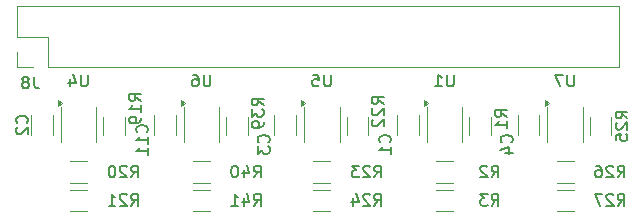
<source format=gbr>
G04 #@! TF.GenerationSoftware,KiCad,Pcbnew,8.0.8-8.0.8-0~ubuntu20.04.1*
G04 #@! TF.CreationDate,2025-01-21T23:34:15+05:30*
G04 #@! TF.ProjectId,hds_rpi,6864735f-7270-4692-9e6b-696361645f70,rev?*
G04 #@! TF.SameCoordinates,Original*
G04 #@! TF.FileFunction,Legend,Bot*
G04 #@! TF.FilePolarity,Positive*
%FSLAX46Y46*%
G04 Gerber Fmt 4.6, Leading zero omitted, Abs format (unit mm)*
G04 Created by KiCad (PCBNEW 8.0.8-8.0.8-0~ubuntu20.04.1) date 2025-01-21 23:34:15*
%MOMM*%
%LPD*%
G01*
G04 APERTURE LIST*
%ADD10C,0.150000*%
%ADD11C,0.120000*%
G04 APERTURE END LIST*
D10*
X91342857Y-65654819D02*
X91676190Y-65178628D01*
X91914285Y-65654819D02*
X91914285Y-64654819D01*
X91914285Y-64654819D02*
X91533333Y-64654819D01*
X91533333Y-64654819D02*
X91438095Y-64702438D01*
X91438095Y-64702438D02*
X91390476Y-64750057D01*
X91390476Y-64750057D02*
X91342857Y-64845295D01*
X91342857Y-64845295D02*
X91342857Y-64988152D01*
X91342857Y-64988152D02*
X91390476Y-65083390D01*
X91390476Y-65083390D02*
X91438095Y-65131009D01*
X91438095Y-65131009D02*
X91533333Y-65178628D01*
X91533333Y-65178628D02*
X91914285Y-65178628D01*
X90961904Y-64750057D02*
X90914285Y-64702438D01*
X90914285Y-64702438D02*
X90819047Y-64654819D01*
X90819047Y-64654819D02*
X90580952Y-64654819D01*
X90580952Y-64654819D02*
X90485714Y-64702438D01*
X90485714Y-64702438D02*
X90438095Y-64750057D01*
X90438095Y-64750057D02*
X90390476Y-64845295D01*
X90390476Y-64845295D02*
X90390476Y-64940533D01*
X90390476Y-64940533D02*
X90438095Y-65083390D01*
X90438095Y-65083390D02*
X91009523Y-65654819D01*
X91009523Y-65654819D02*
X90390476Y-65654819D01*
X89771428Y-64654819D02*
X89676190Y-64654819D01*
X89676190Y-64654819D02*
X89580952Y-64702438D01*
X89580952Y-64702438D02*
X89533333Y-64750057D01*
X89533333Y-64750057D02*
X89485714Y-64845295D01*
X89485714Y-64845295D02*
X89438095Y-65035771D01*
X89438095Y-65035771D02*
X89438095Y-65273866D01*
X89438095Y-65273866D02*
X89485714Y-65464342D01*
X89485714Y-65464342D02*
X89533333Y-65559580D01*
X89533333Y-65559580D02*
X89580952Y-65607200D01*
X89580952Y-65607200D02*
X89676190Y-65654819D01*
X89676190Y-65654819D02*
X89771428Y-65654819D01*
X89771428Y-65654819D02*
X89866666Y-65607200D01*
X89866666Y-65607200D02*
X89914285Y-65559580D01*
X89914285Y-65559580D02*
X89961904Y-65464342D01*
X89961904Y-65464342D02*
X90009523Y-65273866D01*
X90009523Y-65273866D02*
X90009523Y-65035771D01*
X90009523Y-65035771D02*
X89961904Y-64845295D01*
X89961904Y-64845295D02*
X89914285Y-64750057D01*
X89914285Y-64750057D02*
X89866666Y-64702438D01*
X89866666Y-64702438D02*
X89771428Y-64654819D01*
X111942857Y-65654819D02*
X112276190Y-65178628D01*
X112514285Y-65654819D02*
X112514285Y-64654819D01*
X112514285Y-64654819D02*
X112133333Y-64654819D01*
X112133333Y-64654819D02*
X112038095Y-64702438D01*
X112038095Y-64702438D02*
X111990476Y-64750057D01*
X111990476Y-64750057D02*
X111942857Y-64845295D01*
X111942857Y-64845295D02*
X111942857Y-64988152D01*
X111942857Y-64988152D02*
X111990476Y-65083390D01*
X111990476Y-65083390D02*
X112038095Y-65131009D01*
X112038095Y-65131009D02*
X112133333Y-65178628D01*
X112133333Y-65178628D02*
X112514285Y-65178628D01*
X111561904Y-64750057D02*
X111514285Y-64702438D01*
X111514285Y-64702438D02*
X111419047Y-64654819D01*
X111419047Y-64654819D02*
X111180952Y-64654819D01*
X111180952Y-64654819D02*
X111085714Y-64702438D01*
X111085714Y-64702438D02*
X111038095Y-64750057D01*
X111038095Y-64750057D02*
X110990476Y-64845295D01*
X110990476Y-64845295D02*
X110990476Y-64940533D01*
X110990476Y-64940533D02*
X111038095Y-65083390D01*
X111038095Y-65083390D02*
X111609523Y-65654819D01*
X111609523Y-65654819D02*
X110990476Y-65654819D01*
X110657142Y-64654819D02*
X110038095Y-64654819D01*
X110038095Y-64654819D02*
X110371428Y-65035771D01*
X110371428Y-65035771D02*
X110228571Y-65035771D01*
X110228571Y-65035771D02*
X110133333Y-65083390D01*
X110133333Y-65083390D02*
X110085714Y-65131009D01*
X110085714Y-65131009D02*
X110038095Y-65226247D01*
X110038095Y-65226247D02*
X110038095Y-65464342D01*
X110038095Y-65464342D02*
X110085714Y-65559580D01*
X110085714Y-65559580D02*
X110133333Y-65607200D01*
X110133333Y-65607200D02*
X110228571Y-65654819D01*
X110228571Y-65654819D02*
X110514285Y-65654819D01*
X110514285Y-65654819D02*
X110609523Y-65607200D01*
X110609523Y-65607200D02*
X110657142Y-65559580D01*
X132542857Y-65654819D02*
X132876190Y-65178628D01*
X133114285Y-65654819D02*
X133114285Y-64654819D01*
X133114285Y-64654819D02*
X132733333Y-64654819D01*
X132733333Y-64654819D02*
X132638095Y-64702438D01*
X132638095Y-64702438D02*
X132590476Y-64750057D01*
X132590476Y-64750057D02*
X132542857Y-64845295D01*
X132542857Y-64845295D02*
X132542857Y-64988152D01*
X132542857Y-64988152D02*
X132590476Y-65083390D01*
X132590476Y-65083390D02*
X132638095Y-65131009D01*
X132638095Y-65131009D02*
X132733333Y-65178628D01*
X132733333Y-65178628D02*
X133114285Y-65178628D01*
X132161904Y-64750057D02*
X132114285Y-64702438D01*
X132114285Y-64702438D02*
X132019047Y-64654819D01*
X132019047Y-64654819D02*
X131780952Y-64654819D01*
X131780952Y-64654819D02*
X131685714Y-64702438D01*
X131685714Y-64702438D02*
X131638095Y-64750057D01*
X131638095Y-64750057D02*
X131590476Y-64845295D01*
X131590476Y-64845295D02*
X131590476Y-64940533D01*
X131590476Y-64940533D02*
X131638095Y-65083390D01*
X131638095Y-65083390D02*
X132209523Y-65654819D01*
X132209523Y-65654819D02*
X131590476Y-65654819D01*
X130733333Y-64654819D02*
X130923809Y-64654819D01*
X130923809Y-64654819D02*
X131019047Y-64702438D01*
X131019047Y-64702438D02*
X131066666Y-64750057D01*
X131066666Y-64750057D02*
X131161904Y-64892914D01*
X131161904Y-64892914D02*
X131209523Y-65083390D01*
X131209523Y-65083390D02*
X131209523Y-65464342D01*
X131209523Y-65464342D02*
X131161904Y-65559580D01*
X131161904Y-65559580D02*
X131114285Y-65607200D01*
X131114285Y-65607200D02*
X131019047Y-65654819D01*
X131019047Y-65654819D02*
X130828571Y-65654819D01*
X130828571Y-65654819D02*
X130733333Y-65607200D01*
X130733333Y-65607200D02*
X130685714Y-65559580D01*
X130685714Y-65559580D02*
X130638095Y-65464342D01*
X130638095Y-65464342D02*
X130638095Y-65226247D01*
X130638095Y-65226247D02*
X130685714Y-65131009D01*
X130685714Y-65131009D02*
X130733333Y-65083390D01*
X130733333Y-65083390D02*
X130828571Y-65035771D01*
X130828571Y-65035771D02*
X131019047Y-65035771D01*
X131019047Y-65035771D02*
X131114285Y-65083390D01*
X131114285Y-65083390D02*
X131161904Y-65131009D01*
X131161904Y-65131009D02*
X131209523Y-65226247D01*
X123549580Y-62698333D02*
X123597200Y-62650714D01*
X123597200Y-62650714D02*
X123644819Y-62507857D01*
X123644819Y-62507857D02*
X123644819Y-62412619D01*
X123644819Y-62412619D02*
X123597200Y-62269762D01*
X123597200Y-62269762D02*
X123501961Y-62174524D01*
X123501961Y-62174524D02*
X123406723Y-62126905D01*
X123406723Y-62126905D02*
X123216247Y-62079286D01*
X123216247Y-62079286D02*
X123073390Y-62079286D01*
X123073390Y-62079286D02*
X122882914Y-62126905D01*
X122882914Y-62126905D02*
X122787676Y-62174524D01*
X122787676Y-62174524D02*
X122692438Y-62269762D01*
X122692438Y-62269762D02*
X122644819Y-62412619D01*
X122644819Y-62412619D02*
X122644819Y-62507857D01*
X122644819Y-62507857D02*
X122692438Y-62650714D01*
X122692438Y-62650714D02*
X122740057Y-62698333D01*
X122978152Y-63555476D02*
X123644819Y-63555476D01*
X122597200Y-63317381D02*
X123311485Y-63079286D01*
X123311485Y-63079286D02*
X123311485Y-63698333D01*
X132542857Y-68054819D02*
X132876190Y-67578628D01*
X133114285Y-68054819D02*
X133114285Y-67054819D01*
X133114285Y-67054819D02*
X132733333Y-67054819D01*
X132733333Y-67054819D02*
X132638095Y-67102438D01*
X132638095Y-67102438D02*
X132590476Y-67150057D01*
X132590476Y-67150057D02*
X132542857Y-67245295D01*
X132542857Y-67245295D02*
X132542857Y-67388152D01*
X132542857Y-67388152D02*
X132590476Y-67483390D01*
X132590476Y-67483390D02*
X132638095Y-67531009D01*
X132638095Y-67531009D02*
X132733333Y-67578628D01*
X132733333Y-67578628D02*
X133114285Y-67578628D01*
X132161904Y-67150057D02*
X132114285Y-67102438D01*
X132114285Y-67102438D02*
X132019047Y-67054819D01*
X132019047Y-67054819D02*
X131780952Y-67054819D01*
X131780952Y-67054819D02*
X131685714Y-67102438D01*
X131685714Y-67102438D02*
X131638095Y-67150057D01*
X131638095Y-67150057D02*
X131590476Y-67245295D01*
X131590476Y-67245295D02*
X131590476Y-67340533D01*
X131590476Y-67340533D02*
X131638095Y-67483390D01*
X131638095Y-67483390D02*
X132209523Y-68054819D01*
X132209523Y-68054819D02*
X131590476Y-68054819D01*
X131257142Y-67054819D02*
X130590476Y-67054819D01*
X130590476Y-67054819D02*
X131019047Y-68054819D01*
X101742857Y-65654819D02*
X102076190Y-65178628D01*
X102314285Y-65654819D02*
X102314285Y-64654819D01*
X102314285Y-64654819D02*
X101933333Y-64654819D01*
X101933333Y-64654819D02*
X101838095Y-64702438D01*
X101838095Y-64702438D02*
X101790476Y-64750057D01*
X101790476Y-64750057D02*
X101742857Y-64845295D01*
X101742857Y-64845295D02*
X101742857Y-64988152D01*
X101742857Y-64988152D02*
X101790476Y-65083390D01*
X101790476Y-65083390D02*
X101838095Y-65131009D01*
X101838095Y-65131009D02*
X101933333Y-65178628D01*
X101933333Y-65178628D02*
X102314285Y-65178628D01*
X100885714Y-64988152D02*
X100885714Y-65654819D01*
X101123809Y-64607200D02*
X101361904Y-65321485D01*
X101361904Y-65321485D02*
X100742857Y-65321485D01*
X100171428Y-64654819D02*
X100076190Y-64654819D01*
X100076190Y-64654819D02*
X99980952Y-64702438D01*
X99980952Y-64702438D02*
X99933333Y-64750057D01*
X99933333Y-64750057D02*
X99885714Y-64845295D01*
X99885714Y-64845295D02*
X99838095Y-65035771D01*
X99838095Y-65035771D02*
X99838095Y-65273866D01*
X99838095Y-65273866D02*
X99885714Y-65464342D01*
X99885714Y-65464342D02*
X99933333Y-65559580D01*
X99933333Y-65559580D02*
X99980952Y-65607200D01*
X99980952Y-65607200D02*
X100076190Y-65654819D01*
X100076190Y-65654819D02*
X100171428Y-65654819D01*
X100171428Y-65654819D02*
X100266666Y-65607200D01*
X100266666Y-65607200D02*
X100314285Y-65559580D01*
X100314285Y-65559580D02*
X100361904Y-65464342D01*
X100361904Y-65464342D02*
X100409523Y-65273866D01*
X100409523Y-65273866D02*
X100409523Y-65035771D01*
X100409523Y-65035771D02*
X100361904Y-64845295D01*
X100361904Y-64845295D02*
X100314285Y-64750057D01*
X100314285Y-64750057D02*
X100266666Y-64702438D01*
X100266666Y-64702438D02*
X100171428Y-64654819D01*
X92688580Y-61841142D02*
X92736200Y-61793523D01*
X92736200Y-61793523D02*
X92783819Y-61650666D01*
X92783819Y-61650666D02*
X92783819Y-61555428D01*
X92783819Y-61555428D02*
X92736200Y-61412571D01*
X92736200Y-61412571D02*
X92640961Y-61317333D01*
X92640961Y-61317333D02*
X92545723Y-61269714D01*
X92545723Y-61269714D02*
X92355247Y-61222095D01*
X92355247Y-61222095D02*
X92212390Y-61222095D01*
X92212390Y-61222095D02*
X92021914Y-61269714D01*
X92021914Y-61269714D02*
X91926676Y-61317333D01*
X91926676Y-61317333D02*
X91831438Y-61412571D01*
X91831438Y-61412571D02*
X91783819Y-61555428D01*
X91783819Y-61555428D02*
X91783819Y-61650666D01*
X91783819Y-61650666D02*
X91831438Y-61793523D01*
X91831438Y-61793523D02*
X91879057Y-61841142D01*
X92783819Y-62793523D02*
X92783819Y-62222095D01*
X92783819Y-62507809D02*
X91783819Y-62507809D01*
X91783819Y-62507809D02*
X91926676Y-62412571D01*
X91926676Y-62412571D02*
X92021914Y-62317333D01*
X92021914Y-62317333D02*
X92069533Y-62222095D01*
X92783819Y-63745904D02*
X92783819Y-63174476D01*
X92783819Y-63460190D02*
X91783819Y-63460190D01*
X91783819Y-63460190D02*
X91926676Y-63364952D01*
X91926676Y-63364952D02*
X92021914Y-63269714D01*
X92021914Y-63269714D02*
X92069533Y-63174476D01*
X133374819Y-60657142D02*
X132898628Y-60323809D01*
X133374819Y-60085714D02*
X132374819Y-60085714D01*
X132374819Y-60085714D02*
X132374819Y-60466666D01*
X132374819Y-60466666D02*
X132422438Y-60561904D01*
X132422438Y-60561904D02*
X132470057Y-60609523D01*
X132470057Y-60609523D02*
X132565295Y-60657142D01*
X132565295Y-60657142D02*
X132708152Y-60657142D01*
X132708152Y-60657142D02*
X132803390Y-60609523D01*
X132803390Y-60609523D02*
X132851009Y-60561904D01*
X132851009Y-60561904D02*
X132898628Y-60466666D01*
X132898628Y-60466666D02*
X132898628Y-60085714D01*
X132470057Y-61038095D02*
X132422438Y-61085714D01*
X132422438Y-61085714D02*
X132374819Y-61180952D01*
X132374819Y-61180952D02*
X132374819Y-61419047D01*
X132374819Y-61419047D02*
X132422438Y-61514285D01*
X132422438Y-61514285D02*
X132470057Y-61561904D01*
X132470057Y-61561904D02*
X132565295Y-61609523D01*
X132565295Y-61609523D02*
X132660533Y-61609523D01*
X132660533Y-61609523D02*
X132803390Y-61561904D01*
X132803390Y-61561904D02*
X133374819Y-60990476D01*
X133374819Y-60990476D02*
X133374819Y-61609523D01*
X132374819Y-62514285D02*
X132374819Y-62038095D01*
X132374819Y-62038095D02*
X132851009Y-61990476D01*
X132851009Y-61990476D02*
X132803390Y-62038095D01*
X132803390Y-62038095D02*
X132755771Y-62133333D01*
X132755771Y-62133333D02*
X132755771Y-62371428D01*
X132755771Y-62371428D02*
X132803390Y-62466666D01*
X132803390Y-62466666D02*
X132851009Y-62514285D01*
X132851009Y-62514285D02*
X132946247Y-62561904D01*
X132946247Y-62561904D02*
X133184342Y-62561904D01*
X133184342Y-62561904D02*
X133279580Y-62514285D01*
X133279580Y-62514285D02*
X133327200Y-62466666D01*
X133327200Y-62466666D02*
X133374819Y-62371428D01*
X133374819Y-62371428D02*
X133374819Y-62133333D01*
X133374819Y-62133333D02*
X133327200Y-62038095D01*
X133327200Y-62038095D02*
X133279580Y-61990476D01*
X111942857Y-68054819D02*
X112276190Y-67578628D01*
X112514285Y-68054819D02*
X112514285Y-67054819D01*
X112514285Y-67054819D02*
X112133333Y-67054819D01*
X112133333Y-67054819D02*
X112038095Y-67102438D01*
X112038095Y-67102438D02*
X111990476Y-67150057D01*
X111990476Y-67150057D02*
X111942857Y-67245295D01*
X111942857Y-67245295D02*
X111942857Y-67388152D01*
X111942857Y-67388152D02*
X111990476Y-67483390D01*
X111990476Y-67483390D02*
X112038095Y-67531009D01*
X112038095Y-67531009D02*
X112133333Y-67578628D01*
X112133333Y-67578628D02*
X112514285Y-67578628D01*
X111561904Y-67150057D02*
X111514285Y-67102438D01*
X111514285Y-67102438D02*
X111419047Y-67054819D01*
X111419047Y-67054819D02*
X111180952Y-67054819D01*
X111180952Y-67054819D02*
X111085714Y-67102438D01*
X111085714Y-67102438D02*
X111038095Y-67150057D01*
X111038095Y-67150057D02*
X110990476Y-67245295D01*
X110990476Y-67245295D02*
X110990476Y-67340533D01*
X110990476Y-67340533D02*
X111038095Y-67483390D01*
X111038095Y-67483390D02*
X111609523Y-68054819D01*
X111609523Y-68054819D02*
X110990476Y-68054819D01*
X110133333Y-67388152D02*
X110133333Y-68054819D01*
X110371428Y-67007200D02*
X110609523Y-67721485D01*
X110609523Y-67721485D02*
X109990476Y-67721485D01*
X101742857Y-68054819D02*
X102076190Y-67578628D01*
X102314285Y-68054819D02*
X102314285Y-67054819D01*
X102314285Y-67054819D02*
X101933333Y-67054819D01*
X101933333Y-67054819D02*
X101838095Y-67102438D01*
X101838095Y-67102438D02*
X101790476Y-67150057D01*
X101790476Y-67150057D02*
X101742857Y-67245295D01*
X101742857Y-67245295D02*
X101742857Y-67388152D01*
X101742857Y-67388152D02*
X101790476Y-67483390D01*
X101790476Y-67483390D02*
X101838095Y-67531009D01*
X101838095Y-67531009D02*
X101933333Y-67578628D01*
X101933333Y-67578628D02*
X102314285Y-67578628D01*
X100885714Y-67388152D02*
X100885714Y-68054819D01*
X101123809Y-67007200D02*
X101361904Y-67721485D01*
X101361904Y-67721485D02*
X100742857Y-67721485D01*
X99838095Y-68054819D02*
X100409523Y-68054819D01*
X100123809Y-68054819D02*
X100123809Y-67054819D01*
X100123809Y-67054819D02*
X100219047Y-67197676D01*
X100219047Y-67197676D02*
X100314285Y-67292914D01*
X100314285Y-67292914D02*
X100409523Y-67340533D01*
X108261904Y-56954819D02*
X108261904Y-57764342D01*
X108261904Y-57764342D02*
X108214285Y-57859580D01*
X108214285Y-57859580D02*
X108166666Y-57907200D01*
X108166666Y-57907200D02*
X108071428Y-57954819D01*
X108071428Y-57954819D02*
X107880952Y-57954819D01*
X107880952Y-57954819D02*
X107785714Y-57907200D01*
X107785714Y-57907200D02*
X107738095Y-57859580D01*
X107738095Y-57859580D02*
X107690476Y-57764342D01*
X107690476Y-57764342D02*
X107690476Y-56954819D01*
X106738095Y-56954819D02*
X107214285Y-56954819D01*
X107214285Y-56954819D02*
X107261904Y-57431009D01*
X107261904Y-57431009D02*
X107214285Y-57383390D01*
X107214285Y-57383390D02*
X107119047Y-57335771D01*
X107119047Y-57335771D02*
X106880952Y-57335771D01*
X106880952Y-57335771D02*
X106785714Y-57383390D01*
X106785714Y-57383390D02*
X106738095Y-57431009D01*
X106738095Y-57431009D02*
X106690476Y-57526247D01*
X106690476Y-57526247D02*
X106690476Y-57764342D01*
X106690476Y-57764342D02*
X106738095Y-57859580D01*
X106738095Y-57859580D02*
X106785714Y-57907200D01*
X106785714Y-57907200D02*
X106880952Y-57954819D01*
X106880952Y-57954819D02*
X107119047Y-57954819D01*
X107119047Y-57954819D02*
X107214285Y-57907200D01*
X107214285Y-57907200D02*
X107261904Y-57859580D01*
X87661904Y-56954819D02*
X87661904Y-57764342D01*
X87661904Y-57764342D02*
X87614285Y-57859580D01*
X87614285Y-57859580D02*
X87566666Y-57907200D01*
X87566666Y-57907200D02*
X87471428Y-57954819D01*
X87471428Y-57954819D02*
X87280952Y-57954819D01*
X87280952Y-57954819D02*
X87185714Y-57907200D01*
X87185714Y-57907200D02*
X87138095Y-57859580D01*
X87138095Y-57859580D02*
X87090476Y-57764342D01*
X87090476Y-57764342D02*
X87090476Y-56954819D01*
X86185714Y-57288152D02*
X86185714Y-57954819D01*
X86423809Y-56907200D02*
X86661904Y-57621485D01*
X86661904Y-57621485D02*
X86042857Y-57621485D01*
X102975580Y-62698333D02*
X103023200Y-62650714D01*
X103023200Y-62650714D02*
X103070819Y-62507857D01*
X103070819Y-62507857D02*
X103070819Y-62412619D01*
X103070819Y-62412619D02*
X103023200Y-62269762D01*
X103023200Y-62269762D02*
X102927961Y-62174524D01*
X102927961Y-62174524D02*
X102832723Y-62126905D01*
X102832723Y-62126905D02*
X102642247Y-62079286D01*
X102642247Y-62079286D02*
X102499390Y-62079286D01*
X102499390Y-62079286D02*
X102308914Y-62126905D01*
X102308914Y-62126905D02*
X102213676Y-62174524D01*
X102213676Y-62174524D02*
X102118438Y-62269762D01*
X102118438Y-62269762D02*
X102070819Y-62412619D01*
X102070819Y-62412619D02*
X102070819Y-62507857D01*
X102070819Y-62507857D02*
X102118438Y-62650714D01*
X102118438Y-62650714D02*
X102166057Y-62698333D01*
X102070819Y-63031667D02*
X102070819Y-63650714D01*
X102070819Y-63650714D02*
X102451771Y-63317381D01*
X102451771Y-63317381D02*
X102451771Y-63460238D01*
X102451771Y-63460238D02*
X102499390Y-63555476D01*
X102499390Y-63555476D02*
X102547009Y-63603095D01*
X102547009Y-63603095D02*
X102642247Y-63650714D01*
X102642247Y-63650714D02*
X102880342Y-63650714D01*
X102880342Y-63650714D02*
X102975580Y-63603095D01*
X102975580Y-63603095D02*
X103023200Y-63555476D01*
X103023200Y-63555476D02*
X103070819Y-63460238D01*
X103070819Y-63460238D02*
X103070819Y-63174524D01*
X103070819Y-63174524D02*
X103023200Y-63079286D01*
X103023200Y-63079286D02*
X102975580Y-63031667D01*
X128861904Y-56954819D02*
X128861904Y-57764342D01*
X128861904Y-57764342D02*
X128814285Y-57859580D01*
X128814285Y-57859580D02*
X128766666Y-57907200D01*
X128766666Y-57907200D02*
X128671428Y-57954819D01*
X128671428Y-57954819D02*
X128480952Y-57954819D01*
X128480952Y-57954819D02*
X128385714Y-57907200D01*
X128385714Y-57907200D02*
X128338095Y-57859580D01*
X128338095Y-57859580D02*
X128290476Y-57764342D01*
X128290476Y-57764342D02*
X128290476Y-56954819D01*
X127909523Y-56954819D02*
X127242857Y-56954819D01*
X127242857Y-56954819D02*
X127671428Y-57954819D01*
X92174819Y-59174142D02*
X91698628Y-58840809D01*
X92174819Y-58602714D02*
X91174819Y-58602714D01*
X91174819Y-58602714D02*
X91174819Y-58983666D01*
X91174819Y-58983666D02*
X91222438Y-59078904D01*
X91222438Y-59078904D02*
X91270057Y-59126523D01*
X91270057Y-59126523D02*
X91365295Y-59174142D01*
X91365295Y-59174142D02*
X91508152Y-59174142D01*
X91508152Y-59174142D02*
X91603390Y-59126523D01*
X91603390Y-59126523D02*
X91651009Y-59078904D01*
X91651009Y-59078904D02*
X91698628Y-58983666D01*
X91698628Y-58983666D02*
X91698628Y-58602714D01*
X92174819Y-60126523D02*
X92174819Y-59555095D01*
X92174819Y-59840809D02*
X91174819Y-59840809D01*
X91174819Y-59840809D02*
X91317676Y-59745571D01*
X91317676Y-59745571D02*
X91412914Y-59650333D01*
X91412914Y-59650333D02*
X91460533Y-59555095D01*
X92174819Y-60602714D02*
X92174819Y-60793190D01*
X92174819Y-60793190D02*
X92127200Y-60888428D01*
X92127200Y-60888428D02*
X92079580Y-60936047D01*
X92079580Y-60936047D02*
X91936723Y-61031285D01*
X91936723Y-61031285D02*
X91746247Y-61078904D01*
X91746247Y-61078904D02*
X91365295Y-61078904D01*
X91365295Y-61078904D02*
X91270057Y-61031285D01*
X91270057Y-61031285D02*
X91222438Y-60983666D01*
X91222438Y-60983666D02*
X91174819Y-60888428D01*
X91174819Y-60888428D02*
X91174819Y-60697952D01*
X91174819Y-60697952D02*
X91222438Y-60602714D01*
X91222438Y-60602714D02*
X91270057Y-60555095D01*
X91270057Y-60555095D02*
X91365295Y-60507476D01*
X91365295Y-60507476D02*
X91603390Y-60507476D01*
X91603390Y-60507476D02*
X91698628Y-60555095D01*
X91698628Y-60555095D02*
X91746247Y-60602714D01*
X91746247Y-60602714D02*
X91793866Y-60697952D01*
X91793866Y-60697952D02*
X91793866Y-60888428D01*
X91793866Y-60888428D02*
X91746247Y-60983666D01*
X91746247Y-60983666D02*
X91698628Y-61031285D01*
X91698628Y-61031285D02*
X91603390Y-61078904D01*
X113262580Y-62698333D02*
X113310200Y-62650714D01*
X113310200Y-62650714D02*
X113357819Y-62507857D01*
X113357819Y-62507857D02*
X113357819Y-62412619D01*
X113357819Y-62412619D02*
X113310200Y-62269762D01*
X113310200Y-62269762D02*
X113214961Y-62174524D01*
X113214961Y-62174524D02*
X113119723Y-62126905D01*
X113119723Y-62126905D02*
X112929247Y-62079286D01*
X112929247Y-62079286D02*
X112786390Y-62079286D01*
X112786390Y-62079286D02*
X112595914Y-62126905D01*
X112595914Y-62126905D02*
X112500676Y-62174524D01*
X112500676Y-62174524D02*
X112405438Y-62269762D01*
X112405438Y-62269762D02*
X112357819Y-62412619D01*
X112357819Y-62412619D02*
X112357819Y-62507857D01*
X112357819Y-62507857D02*
X112405438Y-62650714D01*
X112405438Y-62650714D02*
X112453057Y-62698333D01*
X113357819Y-63650714D02*
X113357819Y-63079286D01*
X113357819Y-63365000D02*
X112357819Y-63365000D01*
X112357819Y-63365000D02*
X112500676Y-63269762D01*
X112500676Y-63269762D02*
X112595914Y-63174524D01*
X112595914Y-63174524D02*
X112643533Y-63079286D01*
X82528580Y-61033333D02*
X82576200Y-60985714D01*
X82576200Y-60985714D02*
X82623819Y-60842857D01*
X82623819Y-60842857D02*
X82623819Y-60747619D01*
X82623819Y-60747619D02*
X82576200Y-60604762D01*
X82576200Y-60604762D02*
X82480961Y-60509524D01*
X82480961Y-60509524D02*
X82385723Y-60461905D01*
X82385723Y-60461905D02*
X82195247Y-60414286D01*
X82195247Y-60414286D02*
X82052390Y-60414286D01*
X82052390Y-60414286D02*
X81861914Y-60461905D01*
X81861914Y-60461905D02*
X81766676Y-60509524D01*
X81766676Y-60509524D02*
X81671438Y-60604762D01*
X81671438Y-60604762D02*
X81623819Y-60747619D01*
X81623819Y-60747619D02*
X81623819Y-60842857D01*
X81623819Y-60842857D02*
X81671438Y-60985714D01*
X81671438Y-60985714D02*
X81719057Y-61033333D01*
X81719057Y-61414286D02*
X81671438Y-61461905D01*
X81671438Y-61461905D02*
X81623819Y-61557143D01*
X81623819Y-61557143D02*
X81623819Y-61795238D01*
X81623819Y-61795238D02*
X81671438Y-61890476D01*
X81671438Y-61890476D02*
X81719057Y-61938095D01*
X81719057Y-61938095D02*
X81814295Y-61985714D01*
X81814295Y-61985714D02*
X81909533Y-61985714D01*
X81909533Y-61985714D02*
X82052390Y-61938095D01*
X82052390Y-61938095D02*
X82623819Y-61366667D01*
X82623819Y-61366667D02*
X82623819Y-61985714D01*
X83137333Y-57112819D02*
X83137333Y-57827104D01*
X83137333Y-57827104D02*
X83184952Y-57969961D01*
X83184952Y-57969961D02*
X83280190Y-58065200D01*
X83280190Y-58065200D02*
X83423047Y-58112819D01*
X83423047Y-58112819D02*
X83518285Y-58112819D01*
X82518285Y-57541390D02*
X82613523Y-57493771D01*
X82613523Y-57493771D02*
X82661142Y-57446152D01*
X82661142Y-57446152D02*
X82708761Y-57350914D01*
X82708761Y-57350914D02*
X82708761Y-57303295D01*
X82708761Y-57303295D02*
X82661142Y-57208057D01*
X82661142Y-57208057D02*
X82613523Y-57160438D01*
X82613523Y-57160438D02*
X82518285Y-57112819D01*
X82518285Y-57112819D02*
X82327809Y-57112819D01*
X82327809Y-57112819D02*
X82232571Y-57160438D01*
X82232571Y-57160438D02*
X82184952Y-57208057D01*
X82184952Y-57208057D02*
X82137333Y-57303295D01*
X82137333Y-57303295D02*
X82137333Y-57350914D01*
X82137333Y-57350914D02*
X82184952Y-57446152D01*
X82184952Y-57446152D02*
X82232571Y-57493771D01*
X82232571Y-57493771D02*
X82327809Y-57541390D01*
X82327809Y-57541390D02*
X82518285Y-57541390D01*
X82518285Y-57541390D02*
X82613523Y-57589009D01*
X82613523Y-57589009D02*
X82661142Y-57636628D01*
X82661142Y-57636628D02*
X82708761Y-57731866D01*
X82708761Y-57731866D02*
X82708761Y-57922342D01*
X82708761Y-57922342D02*
X82661142Y-58017580D01*
X82661142Y-58017580D02*
X82613523Y-58065200D01*
X82613523Y-58065200D02*
X82518285Y-58112819D01*
X82518285Y-58112819D02*
X82327809Y-58112819D01*
X82327809Y-58112819D02*
X82232571Y-58065200D01*
X82232571Y-58065200D02*
X82184952Y-58017580D01*
X82184952Y-58017580D02*
X82137333Y-57922342D01*
X82137333Y-57922342D02*
X82137333Y-57731866D01*
X82137333Y-57731866D02*
X82184952Y-57636628D01*
X82184952Y-57636628D02*
X82232571Y-57589009D01*
X82232571Y-57589009D02*
X82327809Y-57541390D01*
X102562819Y-59555142D02*
X102086628Y-59221809D01*
X102562819Y-58983714D02*
X101562819Y-58983714D01*
X101562819Y-58983714D02*
X101562819Y-59364666D01*
X101562819Y-59364666D02*
X101610438Y-59459904D01*
X101610438Y-59459904D02*
X101658057Y-59507523D01*
X101658057Y-59507523D02*
X101753295Y-59555142D01*
X101753295Y-59555142D02*
X101896152Y-59555142D01*
X101896152Y-59555142D02*
X101991390Y-59507523D01*
X101991390Y-59507523D02*
X102039009Y-59459904D01*
X102039009Y-59459904D02*
X102086628Y-59364666D01*
X102086628Y-59364666D02*
X102086628Y-58983714D01*
X101562819Y-59888476D02*
X101562819Y-60507523D01*
X101562819Y-60507523D02*
X101943771Y-60174190D01*
X101943771Y-60174190D02*
X101943771Y-60317047D01*
X101943771Y-60317047D02*
X101991390Y-60412285D01*
X101991390Y-60412285D02*
X102039009Y-60459904D01*
X102039009Y-60459904D02*
X102134247Y-60507523D01*
X102134247Y-60507523D02*
X102372342Y-60507523D01*
X102372342Y-60507523D02*
X102467580Y-60459904D01*
X102467580Y-60459904D02*
X102515200Y-60412285D01*
X102515200Y-60412285D02*
X102562819Y-60317047D01*
X102562819Y-60317047D02*
X102562819Y-60031333D01*
X102562819Y-60031333D02*
X102515200Y-59936095D01*
X102515200Y-59936095D02*
X102467580Y-59888476D01*
X102562819Y-60983714D02*
X102562819Y-61174190D01*
X102562819Y-61174190D02*
X102515200Y-61269428D01*
X102515200Y-61269428D02*
X102467580Y-61317047D01*
X102467580Y-61317047D02*
X102324723Y-61412285D01*
X102324723Y-61412285D02*
X102134247Y-61459904D01*
X102134247Y-61459904D02*
X101753295Y-61459904D01*
X101753295Y-61459904D02*
X101658057Y-61412285D01*
X101658057Y-61412285D02*
X101610438Y-61364666D01*
X101610438Y-61364666D02*
X101562819Y-61269428D01*
X101562819Y-61269428D02*
X101562819Y-61078952D01*
X101562819Y-61078952D02*
X101610438Y-60983714D01*
X101610438Y-60983714D02*
X101658057Y-60936095D01*
X101658057Y-60936095D02*
X101753295Y-60888476D01*
X101753295Y-60888476D02*
X101991390Y-60888476D01*
X101991390Y-60888476D02*
X102086628Y-60936095D01*
X102086628Y-60936095D02*
X102134247Y-60983714D01*
X102134247Y-60983714D02*
X102181866Y-61078952D01*
X102181866Y-61078952D02*
X102181866Y-61269428D01*
X102181866Y-61269428D02*
X102134247Y-61364666D01*
X102134247Y-61364666D02*
X102086628Y-61412285D01*
X102086628Y-61412285D02*
X101991390Y-61459904D01*
X121866666Y-68054819D02*
X122199999Y-67578628D01*
X122438094Y-68054819D02*
X122438094Y-67054819D01*
X122438094Y-67054819D02*
X122057142Y-67054819D01*
X122057142Y-67054819D02*
X121961904Y-67102438D01*
X121961904Y-67102438D02*
X121914285Y-67150057D01*
X121914285Y-67150057D02*
X121866666Y-67245295D01*
X121866666Y-67245295D02*
X121866666Y-67388152D01*
X121866666Y-67388152D02*
X121914285Y-67483390D01*
X121914285Y-67483390D02*
X121961904Y-67531009D01*
X121961904Y-67531009D02*
X122057142Y-67578628D01*
X122057142Y-67578628D02*
X122438094Y-67578628D01*
X121533332Y-67054819D02*
X120914285Y-67054819D01*
X120914285Y-67054819D02*
X121247618Y-67435771D01*
X121247618Y-67435771D02*
X121104761Y-67435771D01*
X121104761Y-67435771D02*
X121009523Y-67483390D01*
X121009523Y-67483390D02*
X120961904Y-67531009D01*
X120961904Y-67531009D02*
X120914285Y-67626247D01*
X120914285Y-67626247D02*
X120914285Y-67864342D01*
X120914285Y-67864342D02*
X120961904Y-67959580D01*
X120961904Y-67959580D02*
X121009523Y-68007200D01*
X121009523Y-68007200D02*
X121104761Y-68054819D01*
X121104761Y-68054819D02*
X121390475Y-68054819D01*
X121390475Y-68054819D02*
X121485713Y-68007200D01*
X121485713Y-68007200D02*
X121533332Y-67959580D01*
X123174819Y-60539333D02*
X122698628Y-60206000D01*
X123174819Y-59967905D02*
X122174819Y-59967905D01*
X122174819Y-59967905D02*
X122174819Y-60348857D01*
X122174819Y-60348857D02*
X122222438Y-60444095D01*
X122222438Y-60444095D02*
X122270057Y-60491714D01*
X122270057Y-60491714D02*
X122365295Y-60539333D01*
X122365295Y-60539333D02*
X122508152Y-60539333D01*
X122508152Y-60539333D02*
X122603390Y-60491714D01*
X122603390Y-60491714D02*
X122651009Y-60444095D01*
X122651009Y-60444095D02*
X122698628Y-60348857D01*
X122698628Y-60348857D02*
X122698628Y-59967905D01*
X123174819Y-61491714D02*
X123174819Y-60920286D01*
X123174819Y-61206000D02*
X122174819Y-61206000D01*
X122174819Y-61206000D02*
X122317676Y-61110762D01*
X122317676Y-61110762D02*
X122412914Y-61015524D01*
X122412914Y-61015524D02*
X122460533Y-60920286D01*
X118661904Y-56954819D02*
X118661904Y-57764342D01*
X118661904Y-57764342D02*
X118614285Y-57859580D01*
X118614285Y-57859580D02*
X118566666Y-57907200D01*
X118566666Y-57907200D02*
X118471428Y-57954819D01*
X118471428Y-57954819D02*
X118280952Y-57954819D01*
X118280952Y-57954819D02*
X118185714Y-57907200D01*
X118185714Y-57907200D02*
X118138095Y-57859580D01*
X118138095Y-57859580D02*
X118090476Y-57764342D01*
X118090476Y-57764342D02*
X118090476Y-56954819D01*
X117090476Y-57954819D02*
X117661904Y-57954819D01*
X117376190Y-57954819D02*
X117376190Y-56954819D01*
X117376190Y-56954819D02*
X117471428Y-57097676D01*
X117471428Y-57097676D02*
X117566666Y-57192914D01*
X117566666Y-57192914D02*
X117661904Y-57240533D01*
X98061904Y-56954819D02*
X98061904Y-57764342D01*
X98061904Y-57764342D02*
X98014285Y-57859580D01*
X98014285Y-57859580D02*
X97966666Y-57907200D01*
X97966666Y-57907200D02*
X97871428Y-57954819D01*
X97871428Y-57954819D02*
X97680952Y-57954819D01*
X97680952Y-57954819D02*
X97585714Y-57907200D01*
X97585714Y-57907200D02*
X97538095Y-57859580D01*
X97538095Y-57859580D02*
X97490476Y-57764342D01*
X97490476Y-57764342D02*
X97490476Y-56954819D01*
X96585714Y-56954819D02*
X96776190Y-56954819D01*
X96776190Y-56954819D02*
X96871428Y-57002438D01*
X96871428Y-57002438D02*
X96919047Y-57050057D01*
X96919047Y-57050057D02*
X97014285Y-57192914D01*
X97014285Y-57192914D02*
X97061904Y-57383390D01*
X97061904Y-57383390D02*
X97061904Y-57764342D01*
X97061904Y-57764342D02*
X97014285Y-57859580D01*
X97014285Y-57859580D02*
X96966666Y-57907200D01*
X96966666Y-57907200D02*
X96871428Y-57954819D01*
X96871428Y-57954819D02*
X96680952Y-57954819D01*
X96680952Y-57954819D02*
X96585714Y-57907200D01*
X96585714Y-57907200D02*
X96538095Y-57859580D01*
X96538095Y-57859580D02*
X96490476Y-57764342D01*
X96490476Y-57764342D02*
X96490476Y-57526247D01*
X96490476Y-57526247D02*
X96538095Y-57431009D01*
X96538095Y-57431009D02*
X96585714Y-57383390D01*
X96585714Y-57383390D02*
X96680952Y-57335771D01*
X96680952Y-57335771D02*
X96871428Y-57335771D01*
X96871428Y-57335771D02*
X96966666Y-57383390D01*
X96966666Y-57383390D02*
X97014285Y-57431009D01*
X97014285Y-57431009D02*
X97061904Y-57526247D01*
X112722819Y-59428142D02*
X112246628Y-59094809D01*
X112722819Y-58856714D02*
X111722819Y-58856714D01*
X111722819Y-58856714D02*
X111722819Y-59237666D01*
X111722819Y-59237666D02*
X111770438Y-59332904D01*
X111770438Y-59332904D02*
X111818057Y-59380523D01*
X111818057Y-59380523D02*
X111913295Y-59428142D01*
X111913295Y-59428142D02*
X112056152Y-59428142D01*
X112056152Y-59428142D02*
X112151390Y-59380523D01*
X112151390Y-59380523D02*
X112199009Y-59332904D01*
X112199009Y-59332904D02*
X112246628Y-59237666D01*
X112246628Y-59237666D02*
X112246628Y-58856714D01*
X111818057Y-59809095D02*
X111770438Y-59856714D01*
X111770438Y-59856714D02*
X111722819Y-59951952D01*
X111722819Y-59951952D02*
X111722819Y-60190047D01*
X111722819Y-60190047D02*
X111770438Y-60285285D01*
X111770438Y-60285285D02*
X111818057Y-60332904D01*
X111818057Y-60332904D02*
X111913295Y-60380523D01*
X111913295Y-60380523D02*
X112008533Y-60380523D01*
X112008533Y-60380523D02*
X112151390Y-60332904D01*
X112151390Y-60332904D02*
X112722819Y-59761476D01*
X112722819Y-59761476D02*
X112722819Y-60380523D01*
X111818057Y-60761476D02*
X111770438Y-60809095D01*
X111770438Y-60809095D02*
X111722819Y-60904333D01*
X111722819Y-60904333D02*
X111722819Y-61142428D01*
X111722819Y-61142428D02*
X111770438Y-61237666D01*
X111770438Y-61237666D02*
X111818057Y-61285285D01*
X111818057Y-61285285D02*
X111913295Y-61332904D01*
X111913295Y-61332904D02*
X112008533Y-61332904D01*
X112008533Y-61332904D02*
X112151390Y-61285285D01*
X112151390Y-61285285D02*
X112722819Y-60713857D01*
X112722819Y-60713857D02*
X112722819Y-61332904D01*
X121866666Y-65654819D02*
X122199999Y-65178628D01*
X122438094Y-65654819D02*
X122438094Y-64654819D01*
X122438094Y-64654819D02*
X122057142Y-64654819D01*
X122057142Y-64654819D02*
X121961904Y-64702438D01*
X121961904Y-64702438D02*
X121914285Y-64750057D01*
X121914285Y-64750057D02*
X121866666Y-64845295D01*
X121866666Y-64845295D02*
X121866666Y-64988152D01*
X121866666Y-64988152D02*
X121914285Y-65083390D01*
X121914285Y-65083390D02*
X121961904Y-65131009D01*
X121961904Y-65131009D02*
X122057142Y-65178628D01*
X122057142Y-65178628D02*
X122438094Y-65178628D01*
X121485713Y-64750057D02*
X121438094Y-64702438D01*
X121438094Y-64702438D02*
X121342856Y-64654819D01*
X121342856Y-64654819D02*
X121104761Y-64654819D01*
X121104761Y-64654819D02*
X121009523Y-64702438D01*
X121009523Y-64702438D02*
X120961904Y-64750057D01*
X120961904Y-64750057D02*
X120914285Y-64845295D01*
X120914285Y-64845295D02*
X120914285Y-64940533D01*
X120914285Y-64940533D02*
X120961904Y-65083390D01*
X120961904Y-65083390D02*
X121533332Y-65654819D01*
X121533332Y-65654819D02*
X120914285Y-65654819D01*
X91342857Y-68054819D02*
X91676190Y-67578628D01*
X91914285Y-68054819D02*
X91914285Y-67054819D01*
X91914285Y-67054819D02*
X91533333Y-67054819D01*
X91533333Y-67054819D02*
X91438095Y-67102438D01*
X91438095Y-67102438D02*
X91390476Y-67150057D01*
X91390476Y-67150057D02*
X91342857Y-67245295D01*
X91342857Y-67245295D02*
X91342857Y-67388152D01*
X91342857Y-67388152D02*
X91390476Y-67483390D01*
X91390476Y-67483390D02*
X91438095Y-67531009D01*
X91438095Y-67531009D02*
X91533333Y-67578628D01*
X91533333Y-67578628D02*
X91914285Y-67578628D01*
X90961904Y-67150057D02*
X90914285Y-67102438D01*
X90914285Y-67102438D02*
X90819047Y-67054819D01*
X90819047Y-67054819D02*
X90580952Y-67054819D01*
X90580952Y-67054819D02*
X90485714Y-67102438D01*
X90485714Y-67102438D02*
X90438095Y-67150057D01*
X90438095Y-67150057D02*
X90390476Y-67245295D01*
X90390476Y-67245295D02*
X90390476Y-67340533D01*
X90390476Y-67340533D02*
X90438095Y-67483390D01*
X90438095Y-67483390D02*
X91009523Y-68054819D01*
X91009523Y-68054819D02*
X90390476Y-68054819D01*
X89438095Y-68054819D02*
X90009523Y-68054819D01*
X89723809Y-68054819D02*
X89723809Y-67054819D01*
X89723809Y-67054819D02*
X89819047Y-67197676D01*
X89819047Y-67197676D02*
X89914285Y-67292914D01*
X89914285Y-67292914D02*
X90009523Y-67340533D01*
D11*
X87627064Y-64290000D02*
X86172936Y-64290000D01*
X87627064Y-66110000D02*
X86172936Y-66110000D01*
X108227064Y-64290000D02*
X106772936Y-64290000D01*
X108227064Y-66110000D02*
X106772936Y-66110000D01*
X128827064Y-64290000D02*
X127372936Y-64290000D01*
X128827064Y-66110000D02*
X127372936Y-66110000D01*
X124090000Y-60364758D02*
X124090000Y-62035242D01*
X125910000Y-60364758D02*
X125910000Y-62035242D01*
X128827064Y-66690000D02*
X127372936Y-66690000D01*
X128827064Y-68510000D02*
X127372936Y-68510000D01*
X98027064Y-64290000D02*
X96572936Y-64290000D01*
X98027064Y-66110000D02*
X96572936Y-66110000D01*
X93290000Y-60364758D02*
X93290000Y-62035242D01*
X95110000Y-60364758D02*
X95110000Y-62035242D01*
X130190000Y-60572936D02*
X130190000Y-62027064D01*
X132010000Y-60572936D02*
X132010000Y-62027064D01*
X108227064Y-66690000D02*
X106772936Y-66690000D01*
X108227064Y-68510000D02*
X106772936Y-68510000D01*
X98027064Y-66690000D02*
X96572936Y-66690000D01*
X98027064Y-68510000D02*
X96572936Y-68510000D01*
X106000000Y-59700000D02*
X106000000Y-62700000D01*
X109000000Y-59700000D02*
X109000000Y-62700000D01*
X106100000Y-59350000D02*
X105770000Y-59590000D01*
X105770000Y-59110000D01*
X106100000Y-59350000D01*
G36*
X106100000Y-59350000D02*
G01*
X105770000Y-59590000D01*
X105770000Y-59110000D01*
X106100000Y-59350000D01*
G37*
X85400000Y-59700000D02*
X85400000Y-62700000D01*
X88400000Y-59700000D02*
X88400000Y-62700000D01*
X85500000Y-59350000D02*
X85170000Y-59590000D01*
X85170000Y-59110000D01*
X85500000Y-59350000D01*
G36*
X85500000Y-59350000D02*
G01*
X85170000Y-59590000D01*
X85170000Y-59110000D01*
X85500000Y-59350000D01*
G37*
X103490000Y-60364758D02*
X103490000Y-62035242D01*
X105310000Y-60364758D02*
X105310000Y-62035242D01*
X126600000Y-59700000D02*
X126600000Y-62700000D01*
X129600000Y-59700000D02*
X129600000Y-62700000D01*
X126700000Y-59350000D02*
X126370000Y-59590000D01*
X126370000Y-59110000D01*
X126700000Y-59350000D01*
G36*
X126700000Y-59350000D02*
G01*
X126370000Y-59590000D01*
X126370000Y-59110000D01*
X126700000Y-59350000D01*
G37*
X88990000Y-60572936D02*
X88990000Y-62027064D01*
X90810000Y-60572936D02*
X90810000Y-62027064D01*
X113890000Y-60364758D02*
X113890000Y-62035242D01*
X115710000Y-60364758D02*
X115710000Y-62035242D01*
X82890000Y-60364758D02*
X82890000Y-62035242D01*
X84710000Y-60364758D02*
X84710000Y-62035242D01*
X81728000Y-51146400D02*
X81728000Y-53746400D01*
X81728000Y-53746400D02*
X84328000Y-53746400D01*
X81728000Y-55016400D02*
X81728000Y-56346400D01*
X81728000Y-56346400D02*
X83058000Y-56346400D01*
X84328000Y-53746400D02*
X84328000Y-56346400D01*
X132648000Y-51146400D02*
X81728000Y-51146400D01*
X132648000Y-51146400D02*
X132648000Y-56346400D01*
X132648000Y-56346400D02*
X84328000Y-56346400D01*
X99390000Y-60572936D02*
X99390000Y-62027064D01*
X101210000Y-60572936D02*
X101210000Y-62027064D01*
X118627064Y-66690000D02*
X117172936Y-66690000D01*
X118627064Y-68510000D02*
X117172936Y-68510000D01*
X119990000Y-60572936D02*
X119990000Y-62027064D01*
X121810000Y-60572936D02*
X121810000Y-62027064D01*
X116400000Y-59700000D02*
X116400000Y-62700000D01*
X119400000Y-59700000D02*
X119400000Y-62700000D01*
X116500000Y-59350000D02*
X116170000Y-59590000D01*
X116170000Y-59110000D01*
X116500000Y-59350000D01*
G36*
X116500000Y-59350000D02*
G01*
X116170000Y-59590000D01*
X116170000Y-59110000D01*
X116500000Y-59350000D01*
G37*
X95800000Y-59700000D02*
X95800000Y-62700000D01*
X98800000Y-59700000D02*
X98800000Y-62700000D01*
X95900000Y-59350000D02*
X95570000Y-59590000D01*
X95570000Y-59110000D01*
X95900000Y-59350000D01*
G36*
X95900000Y-59350000D02*
G01*
X95570000Y-59590000D01*
X95570000Y-59110000D01*
X95900000Y-59350000D01*
G37*
X109590000Y-60572936D02*
X109590000Y-62027064D01*
X111410000Y-60572936D02*
X111410000Y-62027064D01*
X118627064Y-64290000D02*
X117172936Y-64290000D01*
X118627064Y-66110000D02*
X117172936Y-66110000D01*
X87627064Y-66690000D02*
X86172936Y-66690000D01*
X87627064Y-68510000D02*
X86172936Y-68510000D01*
M02*

</source>
